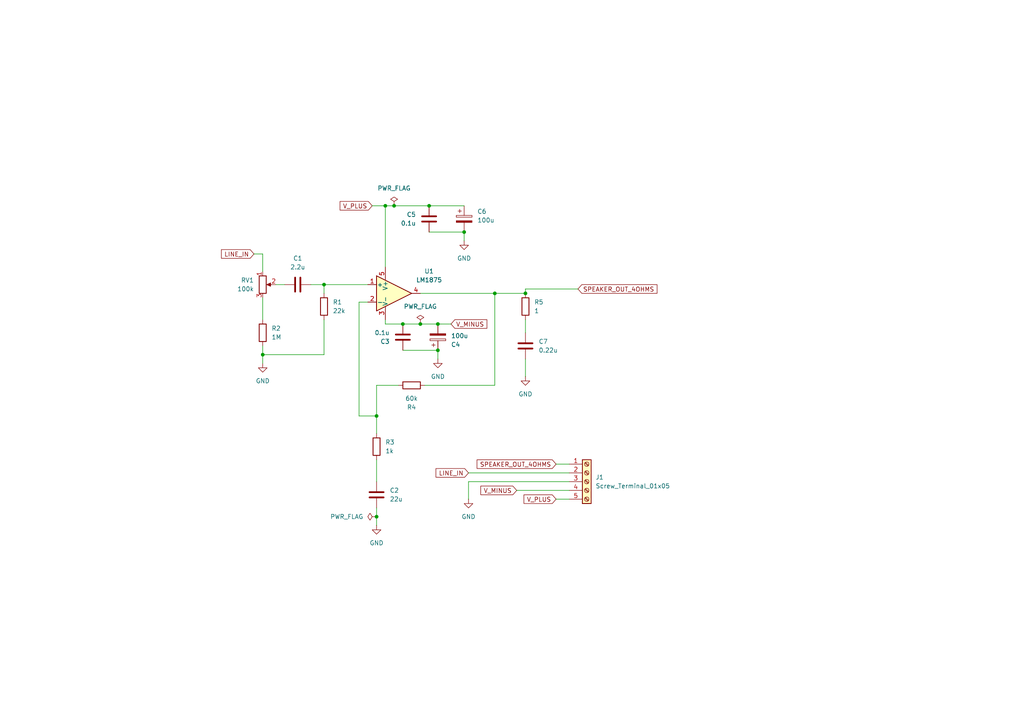
<source format=kicad_sch>
(kicad_sch (version 20250114) (generator "eeschema") (generator_version "9.0")
  (paper "A4")
  (lib_symbols
    (symbol "Amplifier_Audio:LM1875" (pin_names (offset 0.127))
      (property "Reference" "U" (at 3.81 6.35 0))
      (property "Value" "LM1875" (at 3.81 3.81 0))
      (symbol "LM1875_0_1"
        (polyline (pts (xy -5.08 5.08) (xy 5.08 0) (xy -5.08 -5.08) (xy -5.08 5.08)) (stroke (width 0.254)) (fill (type background)))
      )
      (symbol "LM1875_1_1"
        (pin input line (at -7.62 2.54 0) (length 2.54) (name "+") (number "1"))
        (pin input line (at -7.62 -2.54 0) (length 2.54) (name "-") (number "2"))
        (pin power_in line (at -2.54 7.62 270) (length 3.81) (name "V+") (number "5"))
        (pin power_in line (at -2.54 -7.62 90) (length 3.81) (name "V-") (number "3"))
        (pin output line (at 7.62 0 180) (length 2.54) (name "~") (number "4"))
      )
    )
    (symbol "Connector:Screw_Terminal_01x05" (pin_names (offset 1.016) (hide yes))
      (property "Reference" "J" (at 0 7.62 0))
      (property "Value" "Screw_Terminal_01x05" (at 0 -7.62 0))
      (symbol "Screw_Terminal_01x05_1_1"
        (rectangle (start -1.27 6.35) (end 1.27 -6.35) (stroke (width 0.254)) (fill (type background)))
        (polyline (pts (xy -0.5334 5.4102) (xy 0.3302 4.572)) (stroke (width 0.1524)))
        (polyline (pts (xy -0.5334 2.8702) (xy 0.3302 2.032)) (stroke (width 0.1524)))
        (polyline (pts (xy -0.5334 0.3302) (xy 0.3302 -0.508)) (stroke (width 0.1524)))
        (polyline (pts (xy -0.5334 -2.2098) (xy 0.3302 -3.048)) (stroke (width 0.1524)))
        (polyline (pts (xy -0.5334 -4.7498) (xy 0.3302 -5.588)) (stroke (width 0.1524)))
        (polyline (pts (xy -0.3556 5.588) (xy 0.508 4.7498)) (stroke (width 0.1524)))
        (polyline (pts (xy -0.3556 3.048) (xy 0.508 2.2098)) (stroke (width 0.1524)))
        (polyline (pts (xy -0.3556 0.508) (xy 0.508 -0.3302)) (stroke (width 0.1524)))
        (polyline (pts (xy -0.3556 -2.032) (xy 0.508 -2.8702)) (stroke (width 0.1524)))
        (polyline (pts (xy -0.3556 -4.572) (xy 0.508 -5.4102)) (stroke (width 0.1524)))
        (circle (center 0 5.08) (radius 0.635) (stroke (width 0.1524)))
        (circle (center 0 2.54) (radius 0.635) (stroke (width 0.1524)))
        (circle (center 0 0) (radius 0.635) (stroke (width 0.1524)))
        (circle (center 0 -2.54) (radius 0.635) (stroke (width 0.1524)))
        (circle (center 0 -5.08) (radius 0.635) (stroke (width 0.1524)))
        (pin passive line (at -5.08 5.08 0) (length 3.81) (name "Pin_1") (number "1"))
        (pin passive line (at -5.08 2.54 0) (length 3.81) (name "Pin_2") (number "2"))
        (pin passive line (at -5.08 0 0) (length 3.81) (name "Pin_3") (number "3"))
        (pin passive line (at -5.08 -2.54 0) (length 3.81) (name "Pin_4") (number "4"))
        (pin passive line (at -5.08 -5.08 0) (length 3.81) (name "Pin_5") (number "5"))
      )
    )
    (symbol "Device:C" (pin_numbers (hide yes)) (pin_names (offset 0.254))
      (property "Reference" "C" (at 0.635 2.54 0))
      (property "Value" "C" (at 0.635 -2.54 0))
      (symbol "C_0_1"
        (polyline (pts (xy -2.032 0.762) (xy 2.032 0.762)) (stroke (width 0.508)))
        (polyline (pts (xy -2.032 -0.762) (xy 2.032 -0.762)) (stroke (width 0.508)))
      )
      (symbol "C_1_1"
        (pin passive line (at 0 3.81 270) (length 2.794) (name "~") (number "1"))
        (pin passive line (at 0 -3.81 90) (length 2.794) (name "~") (number "2"))
      )
    )
    (symbol "Device:C_Polarized" (pin_numbers (hide yes)) (pin_names (offset 0.254))
      (property "Reference" "C" (at 0.635 2.54 0))
      (property "Value" "C_Polarized" (at 0.635 -2.54 0))
      (symbol "C_Polarized_0_1"
        (rectangle (start -2.286 0.508) (end 2.286 1.016))
        (polyline (pts (xy -1.778 2.286) (xy -0.762 2.286)))
        (polyline (pts (xy -1.27 2.794) (xy -1.27 1.778)))
        (rectangle (start 2.286 -0.508) (end -2.286 -1.016) (fill (type outline)))
      )
      (symbol "C_Polarized_1_1"
        (pin passive line (at 0 3.81 270) (length 2.794) (name "~") (number "1"))
        (pin passive line (at 0 -3.81 90) (length 2.794) (name "~") (number "2"))
      )
    )
    (symbol "Device:R" (pin_numbers (hide yes)) (pin_names (offset 0))
      (property "Reference" "R" (at 2.032 0 90))
      (property "Value" "R" (at 0 0 90))
      (symbol "R_0_1"
        (rectangle (start -1.016 -2.54) (end 1.016 2.54) (stroke (width 0.254)))
      )
      (symbol "R_1_1"
        (pin passive line (at 0 3.81 270) (length 1.27) (name "~") (number "1"))
        (pin passive line (at 0 -3.81 90) (length 1.27) (name "~") (number "2"))
      )
    )
    (symbol "Device:R_Potentiometer" (pin_names (offset 1.016) (hide yes))
      (property "Reference" "RV" (at -4.445 0 90))
      (property "Value" "R_Potentiometer" (at -2.54 0 90))
      (symbol "R_Potentiometer_0_1"
        (rectangle (start 1.016 2.54) (end -1.016 -2.54) (stroke (width 0.254)))
        (polyline (pts (xy 1.143 0) (xy 2.286 0.508) (xy 2.286 -0.508) (xy 1.143 0)) (fill (type outline)))
        (polyline (pts (xy 2.54 0) (xy 1.524 0)))
      )
      (symbol "R_Potentiometer_1_1"
        (pin passive line (at 0 3.81 270) (length 1.27) (name "1") (number "1"))
        (pin passive line (at 0 -3.81 90) (length 1.27) (name "3") (number "3"))
        (pin passive line (at 3.81 0 180) (length 1.27) (name "2") (number "2"))
      )
    )
    (symbol "power:GND" (power) (pin_numbers (hide yes)) (pin_names (offset 0) (hide yes))
      (property "Value" "GND" (at 0 -3.81 0))
      (symbol "GND_0_1"
        (polyline (pts (xy 0 0) (xy 0 -1.27) (xy 1.27 -1.27) (xy 0 -2.54) (xy -1.27 -1.27) (xy 0 -1.27)))
      )
      (symbol "GND_1_1"
        (pin power_in line (at 0 0 270) (length 0) (name "~") (number "1"))
      )
    )
    (symbol "power:PWR_FLAG" (power) (pin_numbers (hide yes)) (pin_names (offset 0) (hide yes))
      (property "Value" "PWR_FLAG" (at 0 3.81 0))
      (symbol "PWR_FLAG_0_0"
        (pin power_out line (at 0 0 90) (length 0) (name "~") (number "1"))
      )
      (symbol "PWR_FLAG_0_1"
        (polyline (pts (xy 0 0) (xy 0 1.27) (xy -1.016 1.905) (xy 0 2.54) (xy 1.016 1.905) (xy 0 1.27)))
      )
    )
  )
  (junction (at 134.62 67.31))
  (junction (at 124.46 59.69))
  (junction (at 143.51 85.09))
  (junction (at 109.22 149.86))
  (junction (at 127 101.6))
  (junction (at 121.92 93.98))
  (junction (at 109.22 120.65))
  (junction (at 93.98 82.55))
  (junction (at 116.84 93.98))
  (junction (at 111.76 59.69))
  (junction (at 152.4 85.09))
  (junction (at 127 93.98))
  (junction (at 76.2 102.87))
  (junction (at 114.3 59.69))
  (wire (pts (xy 161.29 144.78) (xy 165.1 144.78)))
  (wire (pts (xy 76.2 102.87) (xy 76.2 105.41)))
  (wire (pts (xy 114.3 59.69) (xy 124.46 59.69)))
  (wire (pts (xy 109.22 147.32) (xy 109.22 149.86)))
  (wire (pts (xy 76.2 100.33) (xy 76.2 102.87)))
  (wire (pts (xy 152.4 104.14) (xy 152.4 109.22)))
  (wire (pts (xy 107.95 59.69) (xy 111.76 59.69)))
  (wire (pts (xy 121.92 93.98) (xy 127 93.98)))
  (wire (pts (xy 121.92 85.09) (xy 143.51 85.09)))
  (wire (pts (xy 109.22 111.76) (xy 109.22 120.65)))
  (wire (pts (xy 127 101.6) (xy 127 104.14)))
  (wire (pts (xy 76.2 73.66) (xy 76.2 78.74)))
  (wire (pts (xy 104.14 120.65) (xy 109.22 120.65)))
  (wire (pts (xy 161.29 134.62) (xy 165.1 134.62)))
  (wire (pts (xy 109.22 120.65) (xy 109.22 125.73)))
  (wire (pts (xy 149.86 142.24) (xy 165.1 142.24)))
  (wire (pts (xy 109.22 149.86) (xy 109.22 152.4)))
  (wire (pts (xy 111.76 59.69) (xy 111.76 77.47)))
  (wire (pts (xy 152.4 85.09) (xy 152.4 83.82)))
  (wire (pts (xy 111.76 93.98) (xy 116.84 93.98)))
  (wire (pts (xy 116.84 101.6) (xy 127 101.6)))
  (wire (pts (xy 152.4 83.82) (xy 167.64 83.82)))
  (wire (pts (xy 127 93.98) (xy 130.81 93.98)))
  (wire (pts (xy 124.46 67.31) (xy 134.62 67.31)))
  (wire (pts (xy 115.57 111.76) (xy 109.22 111.76)))
  (wire (pts (xy 93.98 82.55) (xy 93.98 85.09)))
  (wire (pts (xy 109.22 133.35) (xy 109.22 139.7)))
  (wire (pts (xy 143.51 85.09) (xy 143.51 111.76)))
  (wire (pts (xy 111.76 59.69) (xy 114.3 59.69)))
  (wire (pts (xy 165.1 139.7) (xy 135.89 139.7)))
  (wire (pts (xy 76.2 86.36) (xy 76.2 92.71)))
  (wire (pts (xy 104.14 87.63) (xy 104.14 120.65)))
  (wire (pts (xy 76.2 102.87) (xy 93.98 102.87)))
  (wire (pts (xy 135.89 137.16) (xy 165.1 137.16)))
  (wire (pts (xy 134.62 67.31) (xy 134.62 69.85)))
  (wire (pts (xy 93.98 82.55) (xy 106.68 82.55)))
  (wire (pts (xy 123.19 111.76) (xy 143.51 111.76)))
  (wire (pts (xy 116.84 93.98) (xy 121.92 93.98)))
  (wire (pts (xy 152.4 92.71) (xy 152.4 96.52)))
  (wire (pts (xy 90.17 82.55) (xy 93.98 82.55)))
  (wire (pts (xy 93.98 92.71) (xy 93.98 102.87)))
  (wire (pts (xy 73.66 73.66) (xy 76.2 73.66)))
  (wire (pts (xy 106.68 87.63) (xy 104.14 87.63)))
  (wire (pts (xy 135.89 139.7) (xy 135.89 144.78)))
  (wire (pts (xy 111.76 92.71) (xy 111.76 93.98)))
  (wire (pts (xy 124.46 59.69) (xy 134.62 59.69)))
  (wire (pts (xy 143.51 85.09) (xy 152.4 85.09)))
  (wire (pts (xy 80.01 82.55) (xy 82.55 82.55)))
  (global_label "V_MINUS" (shape input) (at 130.81 93.98 0) (property "Intersheetrefs" "${INTERSHEET_REFS}" (effects (hide yes))))
  (global_label "SPEAKER_OUT_4OHMS" (shape input) (at 161.29 134.62 180) (property "Intersheetrefs" "${INTERSHEET_REFS}" (effects (hide yes))))
  (global_label "LINE_IN" (shape input) (at 73.66 73.66 180) (property "Intersheetrefs" "${INTERSHEET_REFS}" (effects (hide yes))))
  (global_label "SPEAKER_OUT_4OHMS" (shape input) (at 167.64 83.82 0) (property "Intersheetrefs" "${INTERSHEET_REFS}" (effects (hide yes))))
  (global_label "V_PLUS" (shape input) (at 161.29 144.78 180) (property "Intersheetrefs" "${INTERSHEET_REFS}" (effects (hide yes))))
  (global_label "V_MINUS" (shape input) (at 149.86 142.24 180) (property "Intersheetrefs" "${INTERSHEET_REFS}" (effects (hide yes))))
  (global_label "LINE_IN" (shape input) (at 135.89 137.16 180) (property "Intersheetrefs" "${INTERSHEET_REFS}" (effects (hide yes))))
  (global_label "V_PLUS" (shape input) (at 107.95 59.69 180) (property "Intersheetrefs" "${INTERSHEET_REFS}" (effects (hide yes))))
  (symbol (lib_id "Device:R") (at 152.4 88.9 180) (unit 1)
    (property "Reference" "R5" (at 154.94 87.6299 0) (effects (justify right)))
    (property "Value" "1" (at 154.94 90.1699 0) (effects (justify right)))
    (property "Footprint" "Resistor_SMD:R_0805_2012Metric_Pad1.20x1.40mm_HandSolder" (effects (hide yes)))
    (property "Description" "Resistor" (effects (hide yes)))
  )
  (symbol (lib_id "power:GND") (at 109.22 152.4 0) (unit 1)
    (property "Reference" "#PWR01" (effects (hide yes)))
    (property "Value" "GND" (at 109.22 157.48 0))
    (property "Description" "Power symbol creates a global label with name \"GND\" , ground" (effects (hide yes)))
  )
  (symbol (lib_id "Device:C") (at 152.4 100.33 0) (unit 1)
    (property "Reference" "C7" (at 156.21 99.0599 0) (effects (justify left)))
    (property "Value" "0.22u" (at 156.21 101.5999 0) (effects (justify left)))
    (property "Footprint" "Capacitor_SMD:C_0603_1608Metric" (effects (hide yes)))
    (property "Description" "Unpolarized capacitor" (effects (hide yes)))
  )
  (symbol (lib_id "power:PWR_FLAG") (at 121.92 93.98 0) (mirror y) (unit 1)
    (property "Reference" "#FLG01" (effects (hide yes)))
    (property "Value" "PWR_FLAG" (at 121.92 88.9 0))
    (property "Description" "Special symbol for telling ERC where power comes from" (effects (hide yes)))
  )
  (symbol (lib_id "Device:R") (at 119.38 111.76 90) (unit 1)
    (property "Reference" "R4" (at 119.38 118.11 90))
    (property "Value" "60k" (at 119.38 115.57 90))
    (property "Footprint" "Resistor_SMD:R_0603_1608Metric" (effects (hide yes)))
    (property "Description" "Resistor" (effects (hide yes)))
  )
  (symbol (lib_id "power:GND") (at 127 104.14 0) (unit 1)
    (property "Reference" "#PWR06" (effects (hide yes)))
    (property "Value" "GND" (at 127 109.22 0))
    (property "Description" "Power symbol creates a global label with name \"GND\" , ground" (effects (hide yes)))
  )
  (symbol (lib_id "Device:C") (at 124.46 63.5 0) (mirror y) (unit 1)
    (property "Reference" "C5" (at 120.65 62.2299 0) (effects (justify left)))
    (property "Value" "0.1u" (at 120.65 64.7699 0) (effects (justify left)))
    (property "Footprint" "Capacitor_SMD:C_0603_1608Metric" (effects (hide yes)))
    (property "Description" "Unpolarized capacitor" (effects (hide yes)))
  )
  (symbol (lib_id "Amplifier_Audio:LM1875") (at 114.3 85.09 0) (unit 1)
    (property "Reference" "U1" (at 124.46 78.6698 0))
    (property "Value" "LM1875" (at 124.46 81.2098 0))
    (property "Footprint" "Package_TO_SOT_THT:TO-220-5_P3.4x3.7mm_StaggerOdd_Lead3.8mm_Vertical" (effects (hide yes)))
    (property "Datasheet" "http://www.ti.com/lit/ds/symlink/lm1875.pdf" (effects (hide yes)))
    (property "Description" "20W Audio Power Amplifier, TO-220-5" (effects (hide yes)))
  )
  (symbol (lib_id "Device:R") (at 109.22 129.54 180) (unit 1)
    (property "Reference" "R3" (at 111.76 128.2699 0) (effects (justify right)))
    (property "Value" "1k" (at 111.76 130.8099 0) (effects (justify right)))
    (property "Footprint" "Resistor_SMD:R_0603_1608Metric" (effects (hide yes)))
    (property "Description" "Resistor" (effects (hide yes)))
  )
  (symbol (lib_id "Device:R") (at 93.98 88.9 180) (unit 1)
    (property "Reference" "R1" (at 96.52 87.6299 0) (effects (justify right)))
    (property "Value" "22k" (at 96.52 90.1699 0) (effects (justify right)))
    (property "Footprint" "Resistor_SMD:R_0603_1608Metric" (effects (hide yes)))
    (property "Description" "Resistor" (effects (hide yes)))
  )
  (symbol (lib_id "Device:C") (at 109.22 143.51 0) (unit 1)
    (property "Reference" "C2" (at 113.03 142.2399 0) (effects (justify left)))
    (property "Value" "22u" (at 113.03 144.7799 0) (effects (justify left)))
    (property "Footprint" "Capacitor_SMD:C_0603_1608Metric" (effects (hide yes)))
    (property "Description" "Unpolarized capacitor" (effects (hide yes)))
  )
  (symbol (lib_id "Connector:Screw_Terminal_01x05") (at 170.18 139.7 0) (unit 1)
    (property "Reference" "J1" (at 172.72 138.4299 0) (effects (justify left)))
    (property "Value" "Screw_Terminal_01x05" (at 172.72 140.9699 0) (effects (justify left)))
    (property "Footprint" "TerminalBlock_Phoenix:TerminalBlock_Phoenix_MKDS-1,5-5_1x05_P5.00mm_Horizontal" (effects (hide yes)))
    (property "Description" "Generic screw terminal, single row, 01x05, script generated (kicad-library-utils/schlib/autogen/connector/)" (effects (hide yes)))
  )
  (symbol (lib_id "power:GND") (at 76.2 105.41 0) (unit 1)
    (property "Reference" "#PWR03" (effects (hide yes)))
    (property "Value" "GND" (at 76.2 110.49 0))
    (property "Description" "Power symbol creates a global label with name \"GND\" , ground" (effects (hide yes)))
  )
  (symbol (lib_id "power:GND") (at 152.4 109.22 0) (unit 1)
    (property "Reference" "#PWR05" (effects (hide yes)))
    (property "Value" "GND" (at 152.4 114.3 0))
    (property "Description" "Power symbol creates a global label with name \"GND\" , ground" (effects (hide yes)))
  )
  (symbol (lib_id "power:GND") (at 135.89 144.78 0) (unit 1)
    (property "Reference" "#PWR02" (effects (hide yes)))
    (property "Value" "GND" (at 135.89 149.86 0))
    (property "Description" "Power symbol creates a global label with name \"GND\" , ground" (effects (hide yes)))
  )
  (symbol (lib_id "Device:R_Potentiometer") (at 76.2 82.55 0) (unit 1)
    (property "Reference" "RV1" (at 73.66 81.2799 0) (effects (justify right)))
    (property "Value" "100k" (at 73.66 83.8199 0) (effects (justify right)))
    (property "Footprint" "Potentiometer_THT:Potentiometer_Bourns_PTV09A-1_Single_Vertical" (effects (hide yes)))
    (property "Description" "Potentiometer" (effects (hide yes)))
  )
  (symbol (lib_id "power:PWR_FLAG") (at 109.22 149.86 90) (mirror x) (unit 1)
    (property "Reference" "#FLG03" (effects (hide yes)))
    (property "Value" "PWR_FLAG" (at 105.41 149.8599 90) (effects (justify left)))
    (property "Description" "Special symbol for telling ERC where power comes from" (effects (hide yes)))
  )
  (symbol (lib_id "Device:C") (at 86.36 82.55 90) (unit 1)
    (property "Reference" "C1" (at 86.36 74.93 90))
    (property "Value" "2.2u" (at 86.36 77.47 90))
    (property "Footprint" "Capacitor_SMD:C_0603_1608Metric" (effects (hide yes)))
    (property "Description" "Unpolarized capacitor" (effects (hide yes)))
  )
  (symbol (lib_id "Device:C_Polarized") (at 134.62 63.5 0) (unit 1)
    (property "Reference" "C6" (at 138.43 61.3409 0) (effects (justify left)))
    (property "Value" "100u" (at 138.43 63.8809 0) (effects (justify left)))
    (property "Footprint" "Capacitor_SMD:CP_Elec_6.3x4.9" (effects (hide yes)))
    (property "Description" "Polarized capacitor" (effects (hide yes)))
  )
  (symbol (lib_id "Device:C_Polarized") (at 127 97.79 0) (mirror x) (unit 1)
    (property "Reference" "C4" (at 130.81 99.9491 0) (effects (justify left)))
    (property "Value" "100u" (at 130.81 97.4091 0) (effects (justify left)))
    (property "Footprint" "Capacitor_SMD:CP_Elec_6.3x4.9" (effects (hide yes)))
    (property "Description" "Polarized capacitor" (effects (hide yes)))
  )
  (symbol (lib_id "power:PWR_FLAG") (at 114.3 59.69 0) (mirror y) (unit 1)
    (property "Reference" "#FLG02" (effects (hide yes)))
    (property "Value" "PWR_FLAG" (at 114.3 54.61 0))
    (property "Description" "Special symbol for telling ERC where power comes from" (effects (hide yes)))
  )
  (symbol (lib_id "Device:R") (at 76.2 96.52 180) (unit 1)
    (property "Reference" "R2" (at 78.74 95.2499 0) (effects (justify right)))
    (property "Value" "1M" (at 78.74 97.7899 0) (effects (justify right)))
    (property "Footprint" "Resistor_SMD:R_0603_1608Metric" (effects (hide yes)))
    (property "Description" "Resistor" (effects (hide yes)))
  )
  (symbol (lib_id "power:GND") (at 134.62 69.85 0) (unit 1)
    (property "Reference" "#PWR04" (effects (hide yes)))
    (property "Value" "GND" (at 134.62 74.93 0))
    (property "Description" "Power symbol creates a global label with name \"GND\" , ground" (effects (hide yes)))
  )
  (symbol (lib_id "Device:C") (at 116.84 97.79 180) (unit 1)
    (property "Reference" "C3" (at 113.03 99.0601 0) (effects (justify left)))
    (property "Value" "0.1u" (at 113.03 96.5201 0) (effects (justify left)))
    (property "Footprint" "Capacitor_SMD:C_0603_1608Metric" (effects (hide yes)))
    (property "Description" "Unpolarized capacitor" (effects (hide yes)))
  )
)
</source>
